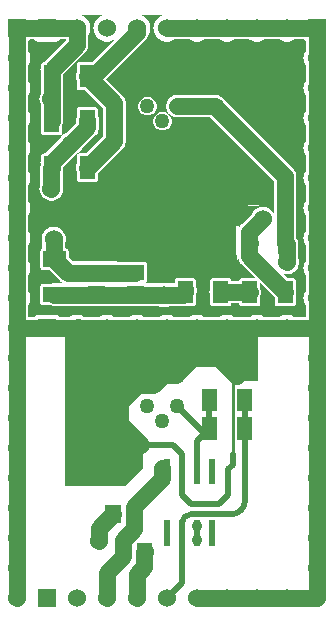
<source format=gtl>
G04 start of page 2 for group 0 idx 0 *
G04 Title: (unknown), component *
G04 Creator: pcb 20140316 *
G04 CreationDate: Mon 16 Nov 2015 12:26:51 PM GMT UTC *
G04 For: fosse *
G04 Format: Gerber/RS-274X *
G04 PCB-Dimensions (mil): 1250.00 2150.00 *
G04 PCB-Coordinate-Origin: lower left *
%MOIN*%
%FSLAX25Y25*%
%LNTOP*%
%ADD24C,0.0225*%
%ADD23C,0.0380*%
%ADD22C,0.0350*%
%ADD21C,0.0360*%
%ADD20R,0.3050X0.3050*%
%ADD19R,0.0512X0.0512*%
%ADD18R,0.0200X0.0200*%
%ADD17C,0.0500*%
%ADD16C,0.0600*%
%ADD15C,0.0090*%
%ADD14C,0.0150*%
%ADD13C,0.0550*%
%ADD12C,0.0200*%
%ADD11C,0.0001*%
G54D11*G36*
X50500Y154500D02*X68500D01*
Y129000D01*
X50500D01*
Y154500D01*
G37*
G36*
X45500Y159000D02*Y128500D01*
X41500D01*
Y159000D01*
X45500D01*
G37*
G36*
X26500Y53000D02*Y105500D01*
X91000D01*
Y88000D01*
X84500D01*
X77500Y95000D01*
X69500D01*
X64500Y90000D01*
X59500D01*
X55500Y86000D01*
X50000D01*
X45500Y81500D01*
Y73500D01*
X52500Y66500D01*
Y59000D01*
X46500Y53000D01*
X26500D01*
G37*
G36*
X84000Y155000D02*Y154500D01*
X87000Y151500D01*
X84000Y148500D01*
Y155000D01*
G37*
G36*
X89958Y122239D02*X88095Y122236D01*
Y124102D01*
X89958Y122239D01*
G37*
G36*
X90654Y155740D02*X88095Y155736D01*
Y162507D01*
X96155Y154447D01*
Y143628D01*
X96075Y143822D01*
X95746Y144358D01*
X95337Y144837D01*
X94858Y145246D01*
X94322Y145575D01*
X93740Y145816D01*
X93128Y145963D01*
X92500Y146012D01*
X91872Y145963D01*
X91260Y145816D01*
X90678Y145575D01*
X90142Y145246D01*
X89663Y144837D01*
X89254Y144358D01*
X88925Y143822D01*
X88859Y143662D01*
X88095Y142898D01*
Y146264D01*
X90811Y146269D01*
X90964Y146306D01*
X91109Y146366D01*
X91244Y146448D01*
X91363Y146551D01*
X91466Y146670D01*
X91548Y146805D01*
X91608Y146950D01*
X91645Y147103D01*
X91654Y147260D01*
X91645Y154897D01*
X91608Y155050D01*
X91548Y155195D01*
X91466Y155330D01*
X91363Y155449D01*
X91244Y155552D01*
X91109Y155634D01*
X90964Y155694D01*
X90811Y155731D01*
X90654Y155740D01*
G37*
G36*
X88095Y201696D02*X88451Y201478D01*
X89105Y201207D01*
X89794Y201042D01*
X90500Y200986D01*
X91206Y201042D01*
X91895Y201207D01*
X92549Y201478D01*
X92993Y201750D01*
X98007D01*
X98451Y201478D01*
X99105Y201207D01*
X99794Y201042D01*
X100500Y200986D01*
X101206Y201042D01*
X101895Y201207D01*
X102549Y201478D01*
X102993Y201750D01*
X106200D01*
X106283Y201616D01*
X106436Y201436D01*
X106616Y201283D01*
X106750Y201200D01*
Y197993D01*
X106478Y197549D01*
X106207Y196895D01*
X106042Y196206D01*
X105986Y195500D01*
X106042Y194794D01*
X106207Y194105D01*
X106478Y193451D01*
X106750Y193007D01*
Y187993D01*
X106478Y187549D01*
X106207Y186895D01*
X106042Y186206D01*
X105986Y185500D01*
X106042Y184794D01*
X106207Y184105D01*
X106478Y183451D01*
X106750Y183007D01*
Y177993D01*
X106478Y177549D01*
X106207Y176895D01*
X106042Y176206D01*
X105986Y175500D01*
X106042Y174794D01*
X106207Y174105D01*
X106478Y173451D01*
X106750Y173007D01*
Y167993D01*
X106478Y167549D01*
X106207Y166895D01*
X106042Y166206D01*
X105986Y165500D01*
X106042Y164794D01*
X106207Y164105D01*
X106478Y163451D01*
X106750Y163007D01*
Y157993D01*
X106478Y157549D01*
X106207Y156895D01*
X106042Y156206D01*
X105986Y155500D01*
X106042Y154794D01*
X106207Y154105D01*
X106478Y153451D01*
X106750Y153007D01*
Y147993D01*
X106478Y147549D01*
X106207Y146895D01*
X106042Y146206D01*
X105986Y145500D01*
X106042Y144794D01*
X106207Y144105D01*
X106478Y143451D01*
X106750Y143007D01*
Y137993D01*
X106478Y137549D01*
X106207Y136895D01*
X106042Y136206D01*
X105986Y135500D01*
X106042Y134794D01*
X106207Y134105D01*
X106478Y133451D01*
X106750Y133007D01*
Y127993D01*
X106478Y127549D01*
X106207Y126895D01*
X106042Y126206D01*
X105986Y125500D01*
X106042Y124794D01*
X106207Y124105D01*
X106478Y123451D01*
X106750Y123007D01*
Y117993D01*
X106478Y117549D01*
X106207Y116895D01*
X106042Y116206D01*
X105986Y115500D01*
X106042Y114794D01*
X106207Y114105D01*
X106478Y113451D01*
X106750Y113007D01*
Y109250D01*
X102993D01*
X102549Y109522D01*
X101895Y109793D01*
X101206Y109958D01*
X100500Y110014D01*
X99794Y109958D01*
X99105Y109793D01*
X98451Y109522D01*
X98007Y109250D01*
X92993D01*
X92549Y109522D01*
X91895Y109793D01*
X91206Y109958D01*
X90500Y110014D01*
X89794Y109958D01*
X89105Y109793D01*
X88451Y109522D01*
X88095Y109304D01*
Y112764D01*
X90811Y112769D01*
X90964Y112806D01*
X91109Y112866D01*
X91244Y112948D01*
X91363Y113051D01*
X91466Y113170D01*
X91548Y113305D01*
X91608Y113450D01*
X91645Y113603D01*
X91654Y113760D01*
X91651Y116286D01*
X91672Y116338D01*
X91810Y116912D01*
X91856Y117500D01*
X91810Y118088D01*
X91672Y118662D01*
X91648Y118721D01*
X91646Y120551D01*
X96353Y115844D01*
X96355Y113603D01*
X96392Y113450D01*
X96452Y113305D01*
X96534Y113170D01*
X96637Y113051D01*
X96756Y112948D01*
X96891Y112866D01*
X97036Y112806D01*
X97189Y112769D01*
X97346Y112760D01*
X102621Y112769D01*
X102774Y112806D01*
X102919Y112866D01*
X103054Y112948D01*
X103173Y113051D01*
X103276Y113170D01*
X103358Y113305D01*
X103418Y113450D01*
X103455Y113603D01*
X103464Y113760D01*
X103461Y116285D01*
X103483Y116338D01*
X103620Y116912D01*
X103643Y117291D01*
X103667Y117595D01*
X103620Y118183D01*
X103620Y118183D01*
X103483Y118757D01*
X103458Y118817D01*
X103455Y121397D01*
X103418Y121550D01*
X103358Y121695D01*
X103276Y121830D01*
X103173Y121949D01*
X103054Y122052D01*
X102919Y122134D01*
X102774Y122194D01*
X102621Y122231D01*
X102464Y122240D01*
X100567Y122237D01*
X99020Y123784D01*
X99260Y123684D01*
X99872Y123537D01*
X100500Y123488D01*
X101128Y123537D01*
X101740Y123684D01*
X102322Y123925D01*
X102858Y124254D01*
X103337Y124663D01*
X103746Y125142D01*
X104075Y125678D01*
X104316Y126260D01*
X104463Y126872D01*
X104500Y127500D01*
X104463Y128128D01*
X104316Y128740D01*
X104250Y128899D01*
Y133258D01*
X104262Y133405D01*
X104215Y133993D01*
X104215Y133994D01*
X104077Y134568D01*
X103852Y135113D01*
X103655Y135433D01*
Y155853D01*
X103667Y156000D01*
X103643Y156303D01*
X103620Y156683D01*
X103483Y157257D01*
X103257Y157803D01*
X102948Y158306D01*
X102565Y158755D01*
X102116Y159138D01*
X101998Y159210D01*
X88095Y173113D01*
Y201696D01*
G37*
G36*
X44308Y128018D02*X44343Y128009D01*
X44500Y128000D01*
X83657Y128009D01*
X83810Y128046D01*
X83955Y128106D01*
X84090Y128188D01*
X84209Y128291D01*
X84312Y128410D01*
X84379Y128520D01*
X84423Y128338D01*
X84648Y127792D01*
X84957Y127289D01*
X84957Y127289D01*
X85340Y126840D01*
X85452Y126744D01*
X88095Y124102D01*
Y122236D01*
X85379Y122231D01*
X85226Y122194D01*
X85081Y122134D01*
X84946Y122052D01*
X84827Y121949D01*
X84724Y121830D01*
X84642Y121695D01*
X84582Y121550D01*
X84545Y121397D01*
X84537Y121250D01*
X81955D01*
X81955Y121397D01*
X81918Y121550D01*
X81858Y121695D01*
X81776Y121830D01*
X81673Y121949D01*
X81554Y122052D01*
X81419Y122134D01*
X81274Y122194D01*
X81121Y122231D01*
X80964Y122240D01*
X75689Y122231D01*
X75536Y122194D01*
X75391Y122134D01*
X75256Y122052D01*
X75137Y121949D01*
X75034Y121830D01*
X74952Y121695D01*
X74892Y121550D01*
X74855Y121397D01*
X74846Y121240D01*
X74849Y118714D01*
X74828Y118662D01*
X74690Y118088D01*
X74644Y117500D01*
X74690Y116912D01*
X74828Y116338D01*
X74852Y116279D01*
X74855Y113603D01*
X74892Y113450D01*
X74952Y113305D01*
X75034Y113170D01*
X75137Y113051D01*
X75256Y112948D01*
X75391Y112866D01*
X75536Y112806D01*
X75689Y112769D01*
X75846Y112760D01*
X81121Y112769D01*
X81274Y112806D01*
X81419Y112866D01*
X81554Y112948D01*
X81673Y113051D01*
X81776Y113170D01*
X81858Y113305D01*
X81918Y113450D01*
X81955Y113603D01*
X81963Y113750D01*
X84545D01*
X84545Y113603D01*
X84582Y113450D01*
X84642Y113305D01*
X84724Y113170D01*
X84827Y113051D01*
X84946Y112948D01*
X85081Y112866D01*
X85226Y112806D01*
X85379Y112769D01*
X85536Y112760D01*
X88095Y112764D01*
Y109304D01*
X88007Y109250D01*
X84147D01*
X84000Y109262D01*
X83853Y109250D01*
X82993D01*
X82549Y109522D01*
X81895Y109793D01*
X81206Y109958D01*
X80500Y110014D01*
X79794Y109958D01*
X79105Y109793D01*
X78451Y109522D01*
X78007Y109250D01*
X72993D01*
X72549Y109522D01*
X71895Y109793D01*
X71206Y109958D01*
X70500Y110014D01*
X69794Y109958D01*
X69105Y109793D01*
X68451Y109522D01*
X68007Y109250D01*
X62993D01*
X62549Y109522D01*
X61895Y109793D01*
X61206Y109958D01*
X60500Y110014D01*
X59794Y109958D01*
X59105Y109793D01*
X58451Y109522D01*
X58007Y109250D01*
X52993D01*
X52549Y109522D01*
X51895Y109793D01*
X51206Y109958D01*
X50500Y110014D01*
X49794Y109958D01*
X49105Y109793D01*
X48451Y109522D01*
X48007Y109250D01*
X45147D01*
X45000Y109262D01*
X44853Y109250D01*
X44308D01*
Y112940D01*
X57654D01*
X57678Y112925D01*
X58260Y112684D01*
X58872Y112537D01*
X59500Y112488D01*
X60128Y112537D01*
X60740Y112684D01*
X61322Y112925D01*
X61346Y112940D01*
X63460D01*
X63581Y112866D01*
X63726Y112806D01*
X63879Y112769D01*
X64036Y112760D01*
X69311Y112769D01*
X69464Y112806D01*
X69609Y112866D01*
X69744Y112948D01*
X69863Y113051D01*
X69966Y113170D01*
X70048Y113305D01*
X70108Y113450D01*
X70145Y113603D01*
X70154Y113760D01*
X70151Y116286D01*
X70172Y116338D01*
X70310Y116912D01*
X70357Y117500D01*
X70345Y117647D01*
Y118595D01*
X70310Y119183D01*
X70172Y119757D01*
X70147Y119820D01*
X70145Y121397D01*
X70108Y121550D01*
X70048Y121695D01*
X69966Y121830D01*
X69863Y121949D01*
X69744Y122052D01*
X69609Y122134D01*
X69464Y122194D01*
X69311Y122231D01*
X69154Y122240D01*
X67488Y122237D01*
X67183Y122310D01*
X66595Y122356D01*
X66007Y122310D01*
X65689Y122234D01*
X63879Y122231D01*
X63726Y122194D01*
X63581Y122134D01*
X63446Y122052D01*
X63327Y121949D01*
X63224Y121830D01*
X63142Y121695D01*
X63082Y121550D01*
X63045Y121397D01*
X63036Y121240D01*
X63037Y120440D01*
X60223D01*
X60128Y120463D01*
X59500Y120512D01*
X58872Y120463D01*
X58777Y120440D01*
X53334D01*
X53262Y120470D01*
X53137Y120500D01*
X53262Y120530D01*
X53407Y120590D01*
X53542Y120672D01*
X53661Y120775D01*
X53764Y120894D01*
X53846Y121029D01*
X53906Y121174D01*
X53943Y121327D01*
X53952Y121484D01*
X53943Y126759D01*
X53906Y126912D01*
X53846Y127057D01*
X53764Y127192D01*
X53661Y127311D01*
X53542Y127414D01*
X53407Y127496D01*
X53262Y127556D01*
X53109Y127593D01*
X52952Y127602D01*
X51213Y127599D01*
X51162Y127620D01*
X50588Y127758D01*
X50000Y127793D01*
X44308D01*
Y128018D01*
G37*
G36*
X58995Y201253D02*X59105Y201207D01*
X59794Y201042D01*
X60500Y200986D01*
X61206Y201042D01*
X61895Y201207D01*
X62549Y201478D01*
X62993Y201750D01*
X68007D01*
X68451Y201478D01*
X69105Y201207D01*
X69794Y201042D01*
X70500Y200986D01*
X71206Y201042D01*
X71895Y201207D01*
X72549Y201478D01*
X72993Y201750D01*
X78007D01*
X78451Y201478D01*
X79105Y201207D01*
X79794Y201042D01*
X80500Y200986D01*
X81206Y201042D01*
X81895Y201207D01*
X82549Y201478D01*
X82993Y201750D01*
X88007D01*
X88095Y201696D01*
Y173113D01*
X79161Y182048D01*
X79065Y182160D01*
X78616Y182543D01*
X78616Y182543D01*
X78113Y182852D01*
X77568Y183077D01*
X76994Y183215D01*
X76405Y183262D01*
X76258Y183250D01*
X64000D01*
X63412Y183215D01*
X62838Y183077D01*
X62292Y182852D01*
X61789Y182543D01*
X61340Y182160D01*
X60957Y181711D01*
X60648Y181208D01*
X60423Y180662D01*
X60285Y180088D01*
X60238Y179500D01*
X60285Y178912D01*
X60423Y178338D01*
X60648Y177792D01*
X60957Y177289D01*
X61340Y176840D01*
X61789Y176457D01*
X62292Y176148D01*
X62838Y175923D01*
X63412Y175785D01*
X64000Y175750D01*
X74852D01*
X88095Y162507D01*
Y155736D01*
X85379Y155731D01*
X85226Y155694D01*
X85081Y155634D01*
X84946Y155552D01*
X84827Y155449D01*
X84724Y155330D01*
X84642Y155195D01*
X84582Y155050D01*
X84545Y154897D01*
X84536Y154740D01*
X84545Y147103D01*
X84582Y146950D01*
X84642Y146805D01*
X84724Y146670D01*
X84827Y146551D01*
X84946Y146448D01*
X85081Y146366D01*
X85226Y146306D01*
X85379Y146269D01*
X85536Y146260D01*
X88095Y146264D01*
Y142898D01*
X85452Y140256D01*
X85340Y140160D01*
X84957Y139711D01*
X84648Y139208D01*
X84497Y138842D01*
X84491Y159657D01*
X84454Y159810D01*
X84394Y159955D01*
X84312Y160090D01*
X84209Y160209D01*
X84090Y160312D01*
X83955Y160394D01*
X83810Y160454D01*
X83657Y160491D01*
X83500Y160500D01*
X58995Y160494D01*
Y171391D01*
X59000Y171390D01*
X59486Y171429D01*
X59961Y171543D01*
X60412Y171729D01*
X60828Y171984D01*
X61199Y172301D01*
X61516Y172672D01*
X61771Y173088D01*
X61957Y173539D01*
X62071Y174014D01*
X62100Y174500D01*
X62071Y174986D01*
X61957Y175461D01*
X61771Y175912D01*
X61516Y176328D01*
X61199Y176699D01*
X60828Y177016D01*
X60412Y177271D01*
X59961Y177457D01*
X59486Y177571D01*
X59000Y177610D01*
X58995Y177609D01*
Y201253D01*
G37*
G36*
Y210000D02*X60324D01*
X59794Y209958D01*
X59105Y209793D01*
X58995Y209747D01*
Y210000D01*
G37*
G36*
X53995Y202639D02*X54015Y202686D01*
X54152Y202847D01*
X54522Y203451D01*
X54793Y204105D01*
X54958Y204794D01*
X55000Y205500D01*
X54958Y206206D01*
X54793Y206895D01*
X54522Y207549D01*
X54152Y208153D01*
X53995Y208337D01*
Y210000D01*
X58995D01*
Y209747D01*
X58451Y209522D01*
X57847Y209152D01*
X57308Y208692D01*
X56848Y208153D01*
X56478Y207549D01*
X56207Y206895D01*
X56042Y206206D01*
X55986Y205500D01*
X56042Y204794D01*
X56207Y204105D01*
X56478Y203451D01*
X56848Y202847D01*
X57308Y202308D01*
X57847Y201848D01*
X58451Y201478D01*
X58995Y201253D01*
Y177609D01*
X58514Y177571D01*
X58039Y177457D01*
X57588Y177271D01*
X57172Y177016D01*
X56801Y176699D01*
X56484Y176328D01*
X56229Y175912D01*
X56043Y175461D01*
X55929Y174986D01*
X55890Y174500D01*
X55929Y174014D01*
X56043Y173539D01*
X56229Y173088D01*
X56484Y172672D01*
X56801Y172301D01*
X57172Y171984D01*
X57588Y171729D01*
X58039Y171543D01*
X58514Y171429D01*
X58995Y171391D01*
Y160494D01*
X53995Y160493D01*
Y176391D01*
X54000Y176390D01*
X54486Y176429D01*
X54961Y176543D01*
X55412Y176729D01*
X55828Y176984D01*
X56199Y177301D01*
X56516Y177672D01*
X56771Y178088D01*
X56957Y178539D01*
X57071Y179014D01*
X57100Y179500D01*
X57071Y179986D01*
X56957Y180461D01*
X56771Y180912D01*
X56516Y181328D01*
X56199Y181699D01*
X55828Y182016D01*
X55412Y182271D01*
X54961Y182457D01*
X54486Y182571D01*
X54000Y182610D01*
X53995Y182609D01*
Y202639D01*
G37*
G36*
Y208337D02*X53692Y208692D01*
X53153Y209152D01*
X52549Y209522D01*
X51895Y209793D01*
X51206Y209958D01*
X50676Y210000D01*
X53995D01*
Y208337D01*
G37*
G36*
X44308Y164005D02*X45548Y165244D01*
X45660Y165340D01*
X46043Y165789D01*
X46043Y165789D01*
X46352Y166292D01*
X46577Y166838D01*
X46715Y167412D01*
X46762Y168000D01*
X46750Y168147D01*
Y180258D01*
X46762Y180405D01*
X46715Y180993D01*
X46715Y180994D01*
X46577Y181568D01*
X46577Y181568D01*
X46468Y181832D01*
X46352Y182113D01*
X46352Y182113D01*
X46352Y182113D01*
X46143Y182453D01*
X46043Y182616D01*
X46043Y182616D01*
X46043Y182616D01*
X46043Y182616D01*
X45660Y183065D01*
X45548Y183161D01*
X44308Y184400D01*
Y192505D01*
X53048Y201244D01*
X53160Y201340D01*
X53543Y201789D01*
X53543Y201789D01*
X53852Y202292D01*
X53995Y202639D01*
Y182609D01*
X53514Y182571D01*
X53039Y182457D01*
X52588Y182271D01*
X52172Y182016D01*
X51801Y181699D01*
X51484Y181328D01*
X51229Y180912D01*
X51043Y180461D01*
X50929Y179986D01*
X50890Y179500D01*
X50929Y179014D01*
X51043Y178539D01*
X51229Y178088D01*
X51484Y177672D01*
X51801Y177301D01*
X52172Y176984D01*
X52588Y176729D01*
X53039Y176543D01*
X53514Y176429D01*
X53995Y176391D01*
Y160493D01*
X44343Y160491D01*
X44308Y160482D01*
Y164005D01*
G37*
G36*
Y184400D02*X40256Y188453D01*
X44308Y192505D01*
Y184400D01*
G37*
G36*
X27875Y112940D02*X44308D01*
Y109250D01*
X42993D01*
X42549Y109522D01*
X41895Y109793D01*
X41206Y109958D01*
X40500Y110014D01*
X39794Y109958D01*
X39105Y109793D01*
X38451Y109522D01*
X38007Y109250D01*
X32993D01*
X32549Y109522D01*
X31895Y109793D01*
X31206Y109958D01*
X30500Y110014D01*
X29794Y109958D01*
X29105Y109793D01*
X28451Y109522D01*
X28007Y109250D01*
X27875D01*
Y112940D01*
G37*
G36*
X33431Y163735D02*X31189Y163731D01*
X31036Y163694D01*
X30891Y163634D01*
X30756Y163552D01*
X30637Y163449D01*
X30534Y163330D01*
X30452Y163195D01*
X30392Y163050D01*
X30355Y162897D01*
X30346Y162740D01*
X30349Y160214D01*
X30328Y160162D01*
X30190Y159588D01*
X30143Y159000D01*
X30190Y158412D01*
X30328Y157838D01*
X30352Y157779D01*
X30355Y155103D01*
X30392Y154950D01*
X30452Y154805D01*
X30534Y154670D01*
X30637Y154551D01*
X30756Y154448D01*
X30891Y154366D01*
X31036Y154306D01*
X31189Y154269D01*
X31346Y154260D01*
X36621Y154269D01*
X36774Y154306D01*
X36919Y154366D01*
X37054Y154448D01*
X37173Y154551D01*
X37276Y154670D01*
X37358Y154805D01*
X37418Y154950D01*
X37455Y155103D01*
X37464Y155260D01*
X37462Y157158D01*
X44308Y164005D01*
Y160482D01*
X44190Y160454D01*
X44045Y160394D01*
X43910Y160312D01*
X43791Y160209D01*
X43688Y160090D01*
X43606Y159955D01*
X43546Y159810D01*
X43509Y159657D01*
X43500Y159500D01*
X43509Y128843D01*
X43546Y128690D01*
X43606Y128545D01*
X43688Y128410D01*
X43791Y128291D01*
X43910Y128188D01*
X44045Y128106D01*
X44190Y128046D01*
X44308Y128018D01*
Y127793D01*
X29010D01*
X27875Y128928D01*
Y161071D01*
X30162Y163359D01*
X30322Y163425D01*
X30858Y163754D01*
X31337Y164163D01*
X31746Y164642D01*
X32075Y165178D01*
X32141Y165338D01*
X36548Y169744D01*
X36577Y169769D01*
X36621Y169769D01*
X36774Y169806D01*
X36919Y169866D01*
X37054Y169948D01*
X37173Y170051D01*
X37276Y170170D01*
X37358Y170305D01*
X37418Y170450D01*
X37455Y170603D01*
X37464Y170760D01*
X37464Y171063D01*
X37577Y171338D01*
X37577Y171338D01*
X37715Y171912D01*
X37762Y172500D01*
X37750Y172647D01*
Y175000D01*
X37715Y175588D01*
X37577Y176162D01*
X37457Y176453D01*
X37455Y178397D01*
X37418Y178550D01*
X37358Y178695D01*
X37276Y178830D01*
X37173Y178949D01*
X37054Y179052D01*
X36919Y179134D01*
X36774Y179194D01*
X36621Y179231D01*
X36464Y179240D01*
X31189Y179231D01*
X31036Y179194D01*
X30891Y179134D01*
X30756Y179052D01*
X30637Y178949D01*
X30534Y178830D01*
X30452Y178695D01*
X30392Y178550D01*
X30355Y178397D01*
X30346Y178240D01*
X30349Y175856D01*
X30285Y175588D01*
X30250Y175000D01*
Y174053D01*
X27875Y171678D01*
Y192071D01*
X33048Y197244D01*
X33160Y197340D01*
X33543Y197789D01*
X33543Y197789D01*
X33543Y197789D01*
X33852Y198292D01*
X34077Y198838D01*
X34183Y199276D01*
X34215Y199412D01*
Y199412D01*
X34215Y199412D01*
X34262Y200000D01*
X34250Y200147D01*
Y203007D01*
X34522Y203451D01*
X34793Y204105D01*
X34958Y204794D01*
X35000Y205500D01*
X34958Y206206D01*
X34793Y206895D01*
X34522Y207549D01*
X34152Y208153D01*
X33692Y208692D01*
X33153Y209152D01*
X32549Y209522D01*
X31895Y209793D01*
X31206Y209958D01*
X30676Y210000D01*
X40324D01*
X39794Y209958D01*
X39105Y209793D01*
X38451Y209522D01*
X37847Y209152D01*
X37308Y208692D01*
X36848Y208153D01*
X36478Y207549D01*
X36207Y206895D01*
X36042Y206206D01*
X35986Y205500D01*
X36042Y204794D01*
X36207Y204105D01*
X36478Y203451D01*
X36848Y202847D01*
X37308Y202308D01*
X37847Y201848D01*
X38451Y201478D01*
X39105Y201207D01*
X39794Y201042D01*
X40500Y200986D01*
X41206Y201042D01*
X41895Y201207D01*
X42549Y201478D01*
X42873Y201677D01*
X35435Y194238D01*
X31189Y194231D01*
X31036Y194194D01*
X30891Y194134D01*
X30756Y194052D01*
X30637Y193949D01*
X30534Y193830D01*
X30452Y193695D01*
X30392Y193550D01*
X30355Y193397D01*
X30346Y193240D01*
X30349Y190714D01*
X30328Y190662D01*
X30190Y190088D01*
X30143Y189500D01*
X30190Y188912D01*
X30328Y188338D01*
X30352Y188279D01*
X30355Y185603D01*
X30392Y185450D01*
X30452Y185305D01*
X30534Y185170D01*
X30637Y185051D01*
X30756Y184948D01*
X30891Y184866D01*
X31036Y184806D01*
X31189Y184769D01*
X31346Y184760D01*
X33338Y184764D01*
X39250Y178852D01*
Y169553D01*
X33431Y163735D01*
G37*
G36*
X27875Y128928D02*X27735Y129069D01*
X27731Y131216D01*
X27694Y131369D01*
X27634Y131514D01*
X27552Y131648D01*
X27449Y131768D01*
X27330Y131870D01*
X27195Y131953D01*
X27050Y132013D01*
X26897Y132050D01*
X26740Y132059D01*
X26500Y132059D01*
Y133851D01*
X26566Y134010D01*
X26713Y134622D01*
X26750Y135250D01*
X26713Y135878D01*
X26566Y136490D01*
X26325Y137072D01*
X25996Y137608D01*
X25587Y138087D01*
X25108Y138496D01*
X24572Y138825D01*
X23990Y139066D01*
X23378Y139213D01*
X22750Y139262D01*
X22122Y139213D01*
X21510Y139066D01*
X20928Y138825D01*
X20392Y138496D01*
X19913Y138087D01*
X19504Y137608D01*
X19175Y137072D01*
X18934Y136490D01*
X18787Y135878D01*
X18738Y135250D01*
X18787Y134622D01*
X18934Y134010D01*
X19000Y133851D01*
Y132025D01*
X18950Y132013D01*
X18805Y131953D01*
X18670Y131870D01*
X18551Y131768D01*
X18448Y131648D01*
X18366Y131514D01*
X18306Y131369D01*
X18269Y131216D01*
X18260Y131059D01*
X18269Y125784D01*
X18306Y125631D01*
X18366Y125485D01*
X18448Y125351D01*
X18551Y125232D01*
X18670Y125129D01*
X18805Y125047D01*
X18950Y124987D01*
X19103Y124950D01*
X19260Y124941D01*
X21253Y124943D01*
X24701Y121495D01*
X24797Y121383D01*
X25245Y121000D01*
X25246Y121000D01*
X25246Y121000D01*
X25246Y121000D01*
X25497Y120846D01*
X25749Y120691D01*
X25749Y120691D01*
X25749Y120691D01*
X26051Y120566D01*
X26294Y120466D01*
X26294Y120465D01*
X26294Y120465D01*
X26400Y120440D01*
X23000D01*
X22412Y120405D01*
X21838Y120267D01*
X21778Y120243D01*
X19103Y120240D01*
X18950Y120203D01*
X18805Y120143D01*
X18670Y120060D01*
X18551Y119958D01*
X18448Y119838D01*
X18366Y119704D01*
X18306Y119559D01*
X18269Y119406D01*
X18260Y119249D01*
X18269Y113974D01*
X18306Y113821D01*
X18366Y113675D01*
X18448Y113541D01*
X18551Y113422D01*
X18670Y113319D01*
X18805Y113237D01*
X18950Y113177D01*
X19103Y113140D01*
X19260Y113131D01*
X21786Y113134D01*
X21838Y113113D01*
X22412Y112975D01*
X23000Y112940D01*
X27875D01*
Y109250D01*
X24800D01*
X24717Y109384D01*
X24564Y109564D01*
X24384Y109717D01*
X24183Y109841D01*
X23965Y109931D01*
X23735Y109986D01*
X23500Y110000D01*
X17265Y109986D01*
X17035Y109931D01*
X16817Y109841D01*
X16616Y109717D01*
X16436Y109564D01*
X16283Y109384D01*
X16200Y109250D01*
X14250D01*
Y113007D01*
X14522Y113451D01*
X14793Y114105D01*
X14958Y114794D01*
X15000Y115500D01*
X14958Y116206D01*
X14793Y116895D01*
X14522Y117549D01*
X14250Y117993D01*
Y123007D01*
X14522Y123451D01*
X14793Y124105D01*
X14958Y124794D01*
X15000Y125500D01*
X14958Y126206D01*
X14793Y126895D01*
X14522Y127549D01*
X14250Y127993D01*
Y133007D01*
X14522Y133451D01*
X14793Y134105D01*
X14958Y134794D01*
X15000Y135500D01*
X14958Y136206D01*
X14793Y136895D01*
X14522Y137549D01*
X14250Y137993D01*
Y143007D01*
X14522Y143451D01*
X14793Y144105D01*
X14958Y144794D01*
X15000Y145500D01*
X14958Y146206D01*
X14793Y146895D01*
X14522Y147549D01*
X14250Y147993D01*
Y153007D01*
X14522Y153451D01*
X14793Y154105D01*
X14958Y154794D01*
X15000Y155500D01*
X14958Y156206D01*
X14793Y156895D01*
X14522Y157549D01*
X14250Y157993D01*
Y163007D01*
X14522Y163451D01*
X14793Y164105D01*
X14958Y164794D01*
X15000Y165500D01*
X14958Y166206D01*
X14793Y166895D01*
X14522Y167549D01*
X14250Y167993D01*
Y173007D01*
X14522Y173451D01*
X14793Y174105D01*
X14958Y174794D01*
X15000Y175500D01*
X14958Y176206D01*
X14793Y176895D01*
X14522Y177549D01*
X14250Y177993D01*
Y183007D01*
X14522Y183451D01*
X14793Y184105D01*
X14958Y184794D01*
X15000Y185500D01*
X14958Y186206D01*
X14793Y186895D01*
X14522Y187549D01*
X14250Y187993D01*
Y193007D01*
X14522Y193451D01*
X14793Y194105D01*
X14958Y194794D01*
X15000Y195500D01*
X14958Y196206D01*
X14793Y196895D01*
X14522Y197549D01*
X14250Y197993D01*
Y201200D01*
X14384Y201283D01*
X14564Y201436D01*
X14717Y201616D01*
X14800Y201750D01*
X16200D01*
X16283Y201616D01*
X16436Y201436D01*
X16616Y201283D01*
X16817Y201159D01*
X17035Y201069D01*
X17265Y201014D01*
X17500Y201000D01*
X23735Y201014D01*
X23965Y201069D01*
X24183Y201159D01*
X24384Y201283D01*
X24564Y201436D01*
X24717Y201616D01*
X24800Y201750D01*
X26750D01*
Y201553D01*
X19547Y194350D01*
X19435Y194255D01*
X19415Y194231D01*
X19379Y194231D01*
X19226Y194194D01*
X19081Y194134D01*
X18946Y194052D01*
X18827Y193949D01*
X18724Y193830D01*
X18642Y193695D01*
X18582Y193550D01*
X18545Y193397D01*
X18536Y193240D01*
X18537Y192803D01*
X18518Y192757D01*
X18380Y192183D01*
X18380Y192183D01*
X18333Y191595D01*
X18345Y191448D01*
Y183628D01*
X18184Y183240D01*
X18037Y182628D01*
X17988Y182000D01*
X18037Y181372D01*
X18184Y180760D01*
X18345Y180372D01*
Y174500D01*
X18380Y173912D01*
X18518Y173338D01*
X18542Y173279D01*
X18545Y170603D01*
X18582Y170450D01*
X18642Y170305D01*
X18724Y170170D01*
X18827Y170051D01*
X18946Y169948D01*
X19081Y169866D01*
X19226Y169806D01*
X19379Y169769D01*
X19536Y169760D01*
X24811Y169769D01*
X24964Y169806D01*
X25109Y169866D01*
X25244Y169948D01*
X25363Y170051D01*
X25466Y170170D01*
X25548Y170305D01*
X25608Y170450D01*
X25645Y170603D01*
X25654Y170760D01*
X25651Y173286D01*
X25672Y173338D01*
X25810Y173912D01*
X25845Y174500D01*
Y180881D01*
X25963Y181372D01*
X26000Y182000D01*
X25963Y182628D01*
X25845Y183119D01*
Y190042D01*
X27875Y192071D01*
Y171678D01*
X26838Y170641D01*
X26678Y170575D01*
X26142Y170246D01*
X25663Y169837D01*
X25254Y169358D01*
X24925Y168822D01*
X24859Y168662D01*
X19929Y163732D01*
X19379Y163731D01*
X19226Y163694D01*
X19081Y163634D01*
X18946Y163552D01*
X18827Y163449D01*
X18724Y163330D01*
X18642Y163195D01*
X18582Y163050D01*
X18545Y162897D01*
X18536Y162740D01*
X18537Y161805D01*
X18518Y161757D01*
X18380Y161183D01*
X18380Y161183D01*
X18333Y160595D01*
X18345Y160448D01*
Y159745D01*
X18285Y159496D01*
X18285Y159495D01*
X18285Y159494D01*
X18284Y159484D01*
X18238Y158907D01*
X18250Y158759D01*
Y153399D01*
X18184Y153240D01*
X18037Y152628D01*
X17988Y152000D01*
X18037Y151372D01*
X18184Y150760D01*
X18425Y150178D01*
X18754Y149642D01*
X19163Y149163D01*
X19642Y148754D01*
X20178Y148425D01*
X20760Y148184D01*
X21372Y148037D01*
X22000Y147988D01*
X22628Y148037D01*
X23240Y148184D01*
X23822Y148425D01*
X24358Y148754D01*
X24837Y149163D01*
X25246Y149642D01*
X25575Y150178D01*
X25816Y150760D01*
X25963Y151372D01*
X26000Y152000D01*
X25963Y152628D01*
X25816Y153240D01*
X25750Y153399D01*
Y158160D01*
X25810Y158409D01*
X25810Y158410D01*
X25810Y158412D01*
X25811Y158420D01*
X25857Y158998D01*
X25853Y159049D01*
X27875Y161071D01*
Y128928D01*
G37*
G36*
X43000Y157500D02*Y161000D01*
X81500D01*
Y157500D01*
X43000D01*
G37*
G36*
X87500Y147000D02*Y144500D01*
X47500D01*
Y147000D01*
X87500D01*
G37*
G36*
X67500Y146750D02*Y144250D01*
X27500D01*
Y146750D01*
X67500D01*
G37*
G36*
X81500Y145000D02*X85000D01*
Y140500D01*
X81500D01*
Y145000D01*
G37*
G36*
Y144000D02*X85000D01*
Y139500D01*
X81500D01*
Y144000D01*
G37*
G36*
X47500Y157000D02*Y160500D01*
X86000D01*
Y157000D01*
X47500D01*
G37*
G36*
Y153500D02*Y157000D01*
X86000D01*
Y153500D01*
X47500D01*
G37*
G36*
X50095Y147500D02*Y151000D01*
X88595D01*
Y147500D01*
X50095D01*
G37*
G36*
X47000Y151500D02*Y155000D01*
X85500D01*
Y151500D01*
X47000D01*
G37*
G36*
X46500Y150000D02*Y153500D01*
X85000D01*
Y150000D01*
X46500D01*
G37*
G36*
X51500Y153000D02*Y156500D01*
X90000D01*
Y153000D01*
X51500D01*
G37*
G36*
X53500Y152500D02*Y156000D01*
X92000D01*
Y152500D01*
X53500D01*
G37*
G36*
Y150000D02*Y153500D01*
X92000D01*
Y150000D01*
X53500D01*
G37*
G36*
X54000Y146500D02*Y150000D01*
X92500D01*
Y146500D01*
X54000D01*
G37*
G36*
X84000Y130000D02*Y127500D01*
X44000D01*
Y130000D01*
X84000D01*
G37*
G54D12*X62000Y17000D02*X60500Y15500D01*
G54D13*X70500D02*X110500D01*
G54D14*X65500Y37250D03*
G54D12*Y63500D02*Y50000D01*
X68500Y47000D01*
X65500Y20500D02*X60250Y15250D01*
X62500Y66500D02*X65500Y63500D01*
X70500Y57750D02*Y67905D01*
X74595Y72000D01*
X64000Y79500D02*X73500Y70000D01*
X74604Y81500D02*Y72896D01*
X68500Y47000D02*X78000D01*
X81000Y50000D01*
Y58500D01*
G54D13*X53000Y30957D02*X53043Y31000D01*
X45957Y34957D02*X49500Y38500D01*
X45957Y34957D02*Y29500D01*
X53000Y30957D02*X53272Y31228D01*
X40500Y15500D02*Y24000D01*
X45957Y29457D01*
X50500Y15500D02*Y23500D01*
X53000Y26000D01*
Y30957D01*
G54D12*X74604Y72896D02*X75048Y72452D01*
X86500Y48000D02*Y81414D01*
G54D15*X82500Y88500D02*Y63500D01*
G54D12*X81000Y58500D02*X82500Y60000D01*
Y63500D01*
X68500Y43500D02*X82000D01*
X65500Y37250D02*Y20500D01*
G54D13*X49500Y46000D02*X59000Y55500D01*
Y59000D01*
X38000Y34500D02*Y39043D01*
X42457Y43500D01*
X38000Y34500D02*Y37043D01*
X44750Y73750D02*X52000Y66500D01*
G54D12*X62500D01*
G54D13*X78405Y117500D02*X88095D01*
X23000Y116690D02*X65785D01*
X66595Y117500D01*
Y118595D01*
X50000Y124043D02*X27457D01*
X23000Y128500D01*
X10500Y105500D02*X110500D01*
X30957Y105957D02*X31000Y106000D01*
X22095Y160595D02*X34000Y172500D01*
Y175000D01*
X33905Y159000D02*X34000D01*
X43000Y168000D01*
X22000Y152000D02*Y158905D01*
X22095Y159000D01*
Y160595D01*
X22750Y128750D02*Y135250D01*
X10500Y105500D02*Y15500D01*
Y106000D02*Y205500D01*
X43000Y168000D02*Y180405D01*
X49500Y38500D02*Y46000D01*
X56000Y86500D02*X50500D01*
X44750Y80750D01*
Y73750D02*Y105250D01*
X45000Y105500D01*
X43000Y180405D02*X33905Y189500D01*
X50500Y204000D02*X34952Y188452D01*
X22095Y189500D02*Y174500D01*
Y189000D02*Y191595D01*
X30500Y200000D01*
Y205500D01*
X30000D02*X30500Y205000D01*
X50500Y205500D02*Y204000D01*
X10500Y205500D02*X30000D01*
X99905Y117500D02*Y117595D01*
X62043Y105457D02*X62000Y105500D01*
X99905Y117595D02*X88000Y129500D01*
X100500Y127500D02*Y133405D01*
X110500Y15500D02*Y205500D01*
X100500Y133405D02*X99905Y134000D01*
X76405Y179500D02*X99905Y156000D01*
X84000Y105500D02*Y89500D01*
X78000Y95500D01*
X69000D01*
X63500Y90000D01*
X59500D01*
X56000Y86500D01*
X99905Y134000D02*Y156095D01*
X88000Y129500D02*Y133905D01*
X88095Y134000D01*
X88000D02*Y137500D01*
X92500Y142000D01*
X110500Y205500D02*X60500D01*
X64000Y179500D02*X76405D01*
G54D12*X65500Y40500D02*G75*G02X68500Y43500I3000J0D01*G01*
X86500Y48000D02*G75*G02X82000Y43500I-4500J0D01*G01*
G54D16*X110500Y125500D03*
Y115500D03*
Y105500D03*
Y95500D03*
Y85500D03*
X90500Y105500D03*
X100500D03*
X110500Y175500D03*
Y165500D03*
Y155500D03*
Y145500D03*
G54D11*G36*
X107500Y208500D02*Y202500D01*
X113500D01*
Y208500D01*
X107500D01*
G37*
G54D16*X110500Y195500D03*
Y185500D03*
Y135500D03*
X90500Y205500D03*
X100500D03*
X110500Y75500D03*
Y65500D03*
Y55500D03*
Y45500D03*
Y35500D03*
Y25500D03*
Y15500D03*
X80500D03*
X90500D03*
X100500D03*
G54D11*G36*
X17500Y18500D02*Y12500D01*
X23500D01*
Y18500D01*
X17500D01*
G37*
G54D16*X30500Y15500D03*
X40500D03*
X50500D03*
X60500D03*
X70500D03*
X10500Y25500D03*
Y15500D03*
G54D11*G36*
X17500Y108500D02*Y102500D01*
X23500D01*
Y108500D01*
X17500D01*
G37*
G54D16*X30500Y105500D03*
X60500D03*
X70500D03*
X80500D03*
G54D17*X54000Y79500D03*
X64000D03*
X59000Y74500D03*
G54D16*X10500Y145500D03*
Y135500D03*
Y125500D03*
Y115500D03*
Y105500D03*
Y95500D03*
Y85500D03*
Y75500D03*
Y65500D03*
Y55500D03*
Y45500D03*
Y35500D03*
X40500Y105500D03*
Y205500D03*
X50500Y105500D03*
G54D11*G36*
X17500Y208500D02*Y202500D01*
X23500D01*
Y208500D01*
X17500D01*
G37*
G54D16*X30500Y205500D03*
G54D11*G36*
X7500Y208500D02*Y202500D01*
X13500D01*
Y208500D01*
X7500D01*
G37*
G54D16*X10500Y195500D03*
Y185500D03*
Y175500D03*
Y165500D03*
Y155500D03*
X50500Y205500D03*
X60500D03*
X70500D03*
X80500D03*
G54D17*X54000Y179500D03*
X64000D03*
X59000Y174500D03*
G54D18*X70500Y61000D02*Y54500D01*
X65500Y61000D02*Y54500D01*
X60500Y61000D02*Y54500D01*
G54D12*X65500Y63500D02*Y50000D01*
X68500Y47000D01*
X70500Y67905D02*Y57750D01*
X68500Y47000D02*X78000D01*
X62500Y66500D02*X65500Y63500D01*
G54D18*X60500Y40500D02*Y34000D01*
X65500Y40500D02*Y34000D01*
X70500Y40500D02*Y34000D01*
G54D19*X53043Y31393D02*Y30607D01*
G54D18*X75500Y40500D02*Y34000D01*
G54D19*X45957Y31393D02*Y30607D01*
X42457Y43893D02*Y43107D01*
X49543Y43893D02*Y43107D01*
X74595Y73181D02*Y70819D01*
G54D12*X70500Y67905D02*X74595Y72000D01*
G54D19*X86405Y73181D02*Y70819D01*
X86414Y82681D02*Y80319D01*
G54D15*X82500Y88500D02*Y63500D01*
G54D18*X75500Y61000D02*Y54500D01*
G54D12*X81000Y58500D02*Y50000D01*
Y58500D02*X82500Y60000D01*
X78000Y47000D02*X81000Y50000D01*
X82500Y63500D02*Y60000D01*
G54D13*X84000Y105500D02*Y89500D01*
X78000Y95500D02*X84000Y89500D01*
X69000Y95500D02*X78000D01*
G54D19*X74604Y82681D02*Y80319D01*
G54D12*X74604Y81500D02*Y72896D01*
X64000Y79500D02*X73500Y70000D01*
G54D13*X63500Y90000D02*X69000Y95500D01*
X59500Y90000D02*X63500D01*
X56000Y86500D02*X59500Y90000D01*
X50500Y86500D02*X56000D01*
X44750Y80750D02*X50500Y86500D01*
X44750Y105250D02*Y73750D01*
X52000Y66500D01*
G54D12*X62500D01*
G54D19*X22095Y175681D02*Y173319D01*
Y160181D02*Y157819D01*
X33905Y175681D02*Y173319D01*
Y190681D02*Y188319D01*
Y160181D02*Y157819D01*
X22095Y190681D02*Y188319D01*
X66595Y118681D02*Y116319D01*
G54D20*X59750Y144250D02*X68250D01*
G54D19*X21819Y128500D02*X24181D01*
X21819Y116690D02*X24181D01*
X36607Y124043D02*X37393D01*
X36607Y116957D02*X37393D01*
X49607Y124043D02*X50393D01*
X49607Y116957D02*X50393D01*
X88095Y118681D02*Y116319D01*
X99905Y118681D02*Y116319D01*
X78405Y118681D02*Y116319D01*
X88095Y135181D02*Y132819D01*
X99905Y135181D02*Y132819D01*
X88095Y152181D02*Y149819D01*
X99905Y152181D02*Y149819D01*
G54D21*X56000Y147500D03*
X60000D03*
X64000D03*
Y143500D03*
X60000D03*
X56000D03*
X64000Y151500D03*
X60000D03*
X56000D03*
G54D16*X22000Y152000D03*
Y182000D03*
X28500Y167000D03*
G54D21*X56000Y139500D03*
Y135500D03*
X60000Y139500D03*
Y135500D03*
G54D16*X59500Y116500D03*
G54D21*X70500Y39500D03*
Y35000D03*
G54D16*X38000Y34500D03*
G54D21*X64000Y139500D03*
G54D16*X100500Y127500D03*
X92500Y142000D03*
G54D21*X64000Y135500D03*
G54D16*X22750Y135250D03*
G54D12*G54D22*G54D12*G54D22*G54D12*G54D22*G54D12*G54D22*G54D12*G54D22*G54D23*G54D24*G54D23*G54D24*M02*

</source>
